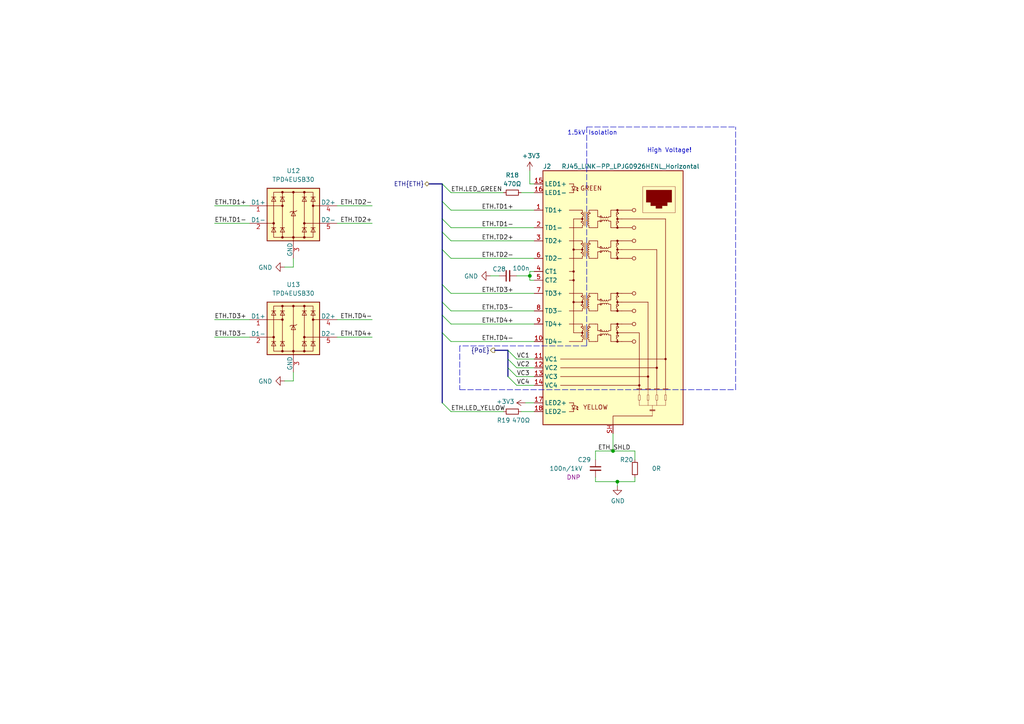
<source format=kicad_sch>
(kicad_sch (version 20210123) (generator eeschema)
  (paper "A4")
  (title_block (title "Ethernet") (date "2021-01-12") (rev "0.1") (company "Nabu Casa") (comment 1 "www.nabucasa.com") (comment 2 "Light Blue"))
  (lib_symbols
    (symbol "Device:C_Small" (pin_numbers hide) (pin_names (offset 0.254) hide)
      (property "Reference" "C" (at 0.254 1.778 0))
      (property "Value" "C_Small" (at 0.254 -2.032 0))
      (symbol "C_Small_0_1"
        (polyline (pts (xy -1.524 -0.508) (xy 1.524 -0.508)) (stroke (width 0.3302)))
        (polyline (pts (xy -1.524 0.508) (xy 1.524 0.508)) (stroke (width 0.3048)))
      )
      (symbol "C_Small_1_1"
        (pin passive line (at 0 2.54 270) (length 2.032) (name "~") (number "1"))
        (pin passive line (at 0 -2.54 90) (length 2.032) (name "~") (number "2"))
      )
    )
    (symbol "Device:R_Small" (pin_numbers hide) (pin_names (offset 0.254) hide)
      (property "Reference" "R" (at 0.762 0.508 0))
      (property "Value" "R_Small" (at 0.762 -1.016 0))
      (symbol "R_Small_0_1"
        (rectangle (start -0.762 1.778) (end 0.762 -1.778) (stroke (width 0.2032)))
      )
      (symbol "R_Small_1_1"
        (pin passive line (at 0 2.54 270) (length 0.762) (name "~") (number "1"))
        (pin passive line (at 0 -2.54 90) (length 0.762) (name "~") (number "2"))
      )
    )
    (symbol "LightBlue:RJ45_LINK-PP_LPJG0926HENL_Horizontal"
      (property "Reference" "J" (at -20.32 38.1 0))
      (property "Value" "RJ45_LINK-PP_LPJG0926HENL_Horizontal" (at 5.08 38.1 0))
      (symbol "RJ45_LINK-PP_LPJG0926HENL_Horizontal_0_0"
        (text "GREEN" (at -6.35 31.75 0) (effects (font (size 1.27 1.27))))
        (text "YELLOW" (at -5.08 -31.75 0) (effects (font (size 1.27 1.27))))
        (rectangle (start 7.366 -28.194) (end 7.874 -29.718) (stroke (width 0.0006)))
        (rectangle (start 9.906 -28.194) (end 10.414 -29.718) (stroke (width 0.0006)))
        (rectangle (start 12.446 -28.194) (end 12.954 -29.718) (stroke (width 0.0006)))
        (rectangle (start 14.986 -28.194) (end 15.494 -29.718) (stroke (width 0.0006)))
        (rectangle (start 9.652 31.242) (end 17.018 27.686) (stroke (width 0.0006)) (fill (type outline)))
        (rectangle (start 10.922 27.686) (end 15.748 26.67) (stroke (width 0.0006)) (fill (type outline)))
        (rectangle (start 12.446 26.67) (end 14.224 25.908) (stroke (width 0.0006)) (fill (type outline)))
        (rectangle (start 8.636 32.258) (end 18.034 24.638) (stroke (width 0.0006)))
        (polyline (pts (xy 7.62 -29.718) (xy 7.62 -31.242)) (stroke (width 0.0006)))
        (polyline (pts (xy 7.62 -31.242) (xy 15.24 -31.242)) (stroke (width 0.0006)))
        (polyline (pts (xy 11.43 -32.512) (xy 11.43 -31.242)) (stroke (width 0.0006)))
        (polyline (pts (xy 10.16 -29.718) (xy 10.16 -31.242)) (stroke (width 0.0006)))
        (polyline (pts (xy 12.7 -29.718) (xy 12.7 -31.242)) (stroke (width 0.0006)))
        (polyline (pts (xy 15.24 -29.718) (xy 15.24 -31.242)) (stroke (width 0.0006)))
        (polyline (pts (xy 15.24 -26.67) (xy 15.24 -28.194)) (stroke (width 0.0006)))
        (polyline (pts (xy 10.16 -26.67) (xy 10.16 -28.194)) (stroke (width 0.0006)))
        (polyline (pts (xy 12.7 -26.67) (xy 12.7 -28.194)) (stroke (width 0.0006)))
        (polyline (pts (xy 7.62 -26.67) (xy 7.62 -28.194)) (stroke (width 0.0006)))
        (polyline (pts (xy 11.43 -34.29) (xy 11.43 -32.766)) (stroke (width 0.0006)))
      )
      (symbol "RJ45_LINK-PP_LPJG0926HENL_Horizontal_0_1"
        (arc (start -8.89 -12.065) (end -8.89 -11.43) (radius (at -8.89 -11.7602) (length 0.3048) (angles -89.9 89.9)))
        (arc (start -8.89 -11.43) (end -8.89 -10.795) (radius (at -8.89 -11.1252) (length 0.3048) (angles -89.9 89.9)))
        (arc (start -8.89 -9.525) (end -8.89 -8.89) (radius (at -8.89 -9.2202) (length 0.3048) (angles -89.9 89.9)))
        (arc (start -8.89 -8.89) (end -8.89 -8.255) (radius (at -8.89 -8.5852) (length 0.3048) (angles -89.9 89.9)))
        (arc (start -8.89 -3.175) (end -8.89 -2.54) (radius (at -8.89 -2.8702) (length 0.3048) (angles -89.9 89.9)))
        (arc (start -8.89 -2.54) (end -8.89 -1.905) (radius (at -8.89 -2.2352) (length 0.3048) (angles -89.9 89.9)))
        (arc (start -8.89 -0.635) (end -8.89 0) (radius (at -8.89 -0.3302) (length 0.3048) (angles -89.9 89.9)))
        (arc (start -8.89 0) (end -8.89 0.635) (radius (at -8.89 0.3048) (length 0.3048) (angles -89.9 89.9)))
        (arc (start -8.89 12.065) (end -8.89 12.7) (radius (at -8.89 12.3698) (length 0.3048) (angles -89.9 89.9)))
        (arc (start -8.89 12.7) (end -8.89 13.335) (radius (at -8.89 13.0048) (length 0.3048) (angles -89.9 89.9)))
        (arc (start -8.89 14.605) (end -8.89 15.24) (radius (at -8.89 14.9098) (length 0.3048) (angles -89.9 89.9)))
        (arc (start -8.89 15.24) (end -8.89 15.875) (radius (at -8.89 15.5448) (length 0.3048) (angles -89.9 89.9)))
        (arc (start -8.89 20.955) (end -8.89 21.59) (radius (at -8.89 21.2598) (length 0.3048) (angles -89.9 89.9)))
        (arc (start -8.89 21.59) (end -8.89 22.225) (radius (at -8.89 21.8948) (length 0.3048) (angles -89.9 89.9)))
        (arc (start -8.89 23.495) (end -8.89 24.13) (radius (at -8.89 23.7998) (length 0.3048) (angles -89.9 89.9)))
        (arc (start -8.89 24.13) (end -8.89 24.765) (radius (at -8.89 24.4348) (length 0.3048) (angles -89.9 89.9)))
        (arc (start -6.985 -11.43) (end -6.985 -12.065) (radius (at -6.985 -11.7348) (length 0.3048) (angles 90.1 -90.1)))
        (arc (start -6.985 -10.795) (end -6.985 -11.43) (radius (at -6.985 -11.0998) (length 0.3048) (angles 90.1 -90.1)))
        (arc (start -6.985 -10.16) (end -6.985 -10.795) (radius (at -6.985 -10.4648) (length 0.3048) (angles 90.1 -90.1)))
        (arc (start -6.985 -9.525) (end -6.985 -10.16) (radius (at -6.985 -9.8298) (length 0.3048) (angles 90.1 -90.1)))
        (arc (start -6.985 -8.89) (end -6.985 -9.525) (radius (at -6.985 -9.1948) (length 0.3048) (angles 90.1 -90.1)))
        (arc (start -6.985 -8.255) (end -6.985 -8.89) (radius (at -6.985 -8.5598) (length 0.3048) (angles 90.1 -90.1)))
        (arc (start -6.985 -2.54) (end -6.985 -3.175) (radius (at -6.985 -2.8448) (length 0.3048) (angles 90.1 -90.1)))
        (arc (start -6.985 -1.905) (end -6.985 -2.54) (radius (at -6.985 -2.2098) (length 0.3048) (angles 90.1 -90.1)))
        (arc (start -6.985 -1.27) (end -6.985 -1.905) (radius (at -6.985 -1.5748) (length 0.3048) (angles 90.1 -90.1)))
        (arc (start -6.985 -0.635) (end -6.985 -1.27) (radius (at -6.985 -0.9398) (length 0.3048) (angles 90.1 -90.1)))
        (arc (start -6.985 0) (end -6.985 -0.635) (radius (at -6.985 -0.3048) (length 0.3048) (angles 90.1 -90.1)))
        (arc (start -6.985 0.635) (end -6.985 0) (radius (at -6.985 0.3302) (length 0.3048) (angles 90.1 -90.1)))
        (arc (start -6.985 12.7) (end -6.985 12.065) (radius (at -6.985 12.3952) (length 0.3048) (angles 90.1 -90.1)))
        (arc (start -6.985 13.335) (end -6.985 12.7) (radius (at -6.985 13.0302) (length 0.3048) (angles 90.1 -90.1)))
        (arc (start -6.985 13.97) (end -6.985 13.335) (radius (at -6.985 13.6652) (length 0.3048) (angles 90.1 -90.1)))
        (arc (start -6.985 14.605) (end -6.985 13.97) (radius (at -6.985 14.3002) (length 0.3048) (angles 90.1 -90.1)))
        (arc (start -6.985 15.24) (end -6.985 14.605) (radius (at -6.985 14.9352) (length 0.3048) (angles 90.1 -90.1)))
        (arc (start -6.985 15.875) (end -6.985 15.24) (radius (at -6.985 15.5702) (length 0.3048) (angles 90.1 -90.1)))
        (arc (start -6.985 21.59) (end -6.985 20.955) (radius (at -6.985 21.2852) (length 0.3048) (angles 90.1 -90.1)))
        (arc (start -6.985 22.225) (end -6.985 21.59) (radius (at -6.985 21.9202) (length 0.3048) (angles 90.1 -90.1)))
        (arc (start -6.985 22.86) (end -6.985 22.225) (radius (at -6.985 22.5552) (length 0.3048) (angles 90.1 -90.1)))
        (arc (start -6.985 23.495) (end -6.985 22.86) (radius (at -6.985 23.1902) (length 0.3048) (angles 90.1 -90.1)))
        (arc (start -6.985 24.13) (end -6.985 23.495) (radius (at -6.985 23.8252) (length 0.3048) (angles 90.1 -90.1)))
        (arc (start -6.985 24.765) (end -6.985 24.13) (radius (at -6.985 24.4602) (length 0.3048) (angles 90.1 -90.1)))
        (arc (start -3.81 -9.525) (end -3.175 -9.525) (radius (at -3.5052 -9.525) (length 0.3048) (angles -179.9 -0.1)))
        (arc (start -3.81 -0.635) (end -3.175 -0.635) (radius (at -3.5052 -0.635) (length 0.3048) (angles -179.9 -0.1)))
        (arc (start -3.81 14.605) (end -3.175 14.605) (radius (at -3.5052 14.605) (length 0.3048) (angles -179.9 -0.1)))
        (arc (start -3.81 23.495) (end -3.175 23.495) (radius (at -3.5052 23.495) (length 0.3048) (angles -179.9 -0.1)))
        (arc (start -3.175 -10.795) (end -3.81 -10.795) (radius (at -3.4798 -10.795) (length 0.3048) (angles 0.1 179.9)))
        (arc (start -3.175 -1.905) (end -3.81 -1.905) (radius (at -3.4798 -1.905) (length 0.3048) (angles 0.1 179.9)))
        (arc (start -3.175 13.335) (end -3.81 13.335) (radius (at -3.4798 13.335) (length 0.3048) (angles 0.1 179.9)))
        (arc (start -3.175 22.225) (end -3.81 22.225) (radius (at -3.4798 22.225) (length 0.3048) (angles 0.1 179.9)))
        (arc (start -3.175 -9.525) (end -2.54 -9.525) (radius (at -2.8702 -9.525) (length 0.3048) (angles -179.9 -0.1)))
        (arc (start -3.175 -0.635) (end -2.54 -0.635) (radius (at -2.8702 -0.635) (length 0.3048) (angles -179.9 -0.1)))
        (arc (start -3.175 14.605) (end -2.54 14.605) (radius (at -2.8702 14.605) (length 0.3048) (angles -179.9 -0.1)))
        (arc (start -3.175 23.495) (end -2.54 23.495) (radius (at -2.8702 23.495) (length 0.3048) (angles -179.9 -0.1)))
        (arc (start -2.54 -10.795) (end -3.175 -10.795) (radius (at -2.8448 -10.795) (length 0.3048) (angles 0.1 179.9)))
        (arc (start -2.54 -1.905) (end -3.175 -1.905) (radius (at -2.8448 -1.905) (length 0.3048) (angles 0.1 179.9)))
        (arc (start -2.54 13.335) (end -3.175 13.335) (radius (at -2.8448 13.335) (length 0.3048) (angles 0.1 179.9)))
        (arc (start -2.54 22.225) (end -3.175 22.225) (radius (at -2.8448 22.225) (length 0.3048) (angles 0.1 179.9)))
        (arc (start -2.54 -9.525) (end -1.905 -9.525) (radius (at -2.2352 -9.525) (length 0.3048) (angles -179.9 -0.1)))
        (arc (start -2.54 -0.635) (end -1.905 -0.635) (radius (at -2.2352 -0.635) (length 0.3048) (angles -179.9 -0.1)))
        (arc (start -2.54 14.605) (end -1.905 14.605) (radius (at -2.2352 14.605) (length 0.3048) (angles -179.9 -0.1)))
        (arc (start -2.54 23.495) (end -1.905 23.495) (radius (at -2.2352 23.495) (length 0.3048) (angles -179.9 -0.1)))
        (arc (start -1.905 -10.795) (end -2.54 -10.795) (radius (at -2.2098 -10.795) (length 0.3048) (angles 0.1 179.9)))
        (arc (start -1.905 -1.905) (end -2.54 -1.905) (radius (at -2.2098 -1.905) (length 0.3048) (angles 0.1 179.9)))
        (arc (start -1.905 13.335) (end -2.54 13.335) (radius (at -2.2098 13.335) (length 0.3048) (angles 0.1 179.9)))
        (arc (start -1.905 22.225) (end -2.54 22.225) (radius (at -2.2098 22.225) (length 0.3048) (angles 0.1 179.9)))
        (arc (start -1.905 -9.525) (end -1.27 -9.525) (radius (at -1.6002 -9.525) (length 0.3048) (angles -179.9 -0.1)))
        (arc (start -1.905 -0.635) (end -1.27 -0.635) (radius (at -1.6002 -0.635) (length 0.3048) (angles -179.9 -0.1)))
        (arc (start -1.905 14.605) (end -1.27 14.605) (radius (at -1.6002 14.605) (length 0.3048) (angles -179.9 -0.1)))
        (arc (start -1.905 23.495) (end -1.27 23.495) (radius (at -1.6002 23.495) (length 0.3048) (angles -179.9 -0.1)))
        (arc (start -1.27 -10.795) (end -1.905 -10.795) (radius (at -1.5748 -10.795) (length 0.3048) (angles 0.1 179.9)))
        (arc (start -1.27 -1.905) (end -1.905 -1.905) (radius (at -1.5748 -1.905) (length 0.3048) (angles 0.1 179.9)))
        (arc (start -1.27 13.335) (end -1.905 13.335) (radius (at -1.5748 13.335) (length 0.3048) (angles 0.1 179.9)))
        (arc (start -1.27 22.225) (end -1.905 22.225) (radius (at -1.5748 22.225) (length 0.3048) (angles 0.1 179.9)))
        (arc (start 1.27 -11.43) (end 1.27 -12.065) (radius (at 1.27 -11.7602) (length 0.3048) (angles 90.1 -90.1)))
        (arc (start 1.27 -10.795) (end 1.27 -11.43) (radius (at 1.27 -11.1252) (length 0.3048) (angles 90.1 -90.1)))
        (arc (start 1.27 -8.89) (end 1.27 -9.525) (radius (at 1.27 -9.2202) (length 0.3048) (angles 90.1 -90.1)))
        (arc (start 1.27 -8.255) (end 1.27 -8.89) (radius (at 1.27 -8.5852) (length 0.3048) (angles 90.1 -90.1)))
        (arc (start 1.27 -2.54) (end 1.27 -3.175) (radius (at 1.27 -2.8702) (length 0.3048) (angles 90.1 -90.1)))
        (arc (start 1.27 -1.905) (end 1.27 -2.54) (radius (at 1.27 -2.2352) (length 0.3048) (angles 90.1 -90.1)))
        (arc (start 1.27 0) (end 1.27 -0.635) (radius (at 1.27 -0.3302) (length 0.3048) (angles 90.1 -90.1)))
        (arc (start 1.27 0.635) (end 1.27 0) (radius (at 1.27 0.3048) (length 0.3048) (angles 90.1 -90.1)))
        (arc (start 1.27 12.7) (end 1.27 12.065) (radius (at 1.27 12.3698) (length 0.3048) (angles 90.1 -90.1)))
        (arc (start 1.27 13.335) (end 1.27 12.7) (radius (at 1.27 13.0048) (length 0.3048) (angles 90.1 -90.1)))
        (arc (start 1.27 15.24) (end 1.27 14.605) (radius (at 1.27 14.9098) (length 0.3048) (angles 90.1 -90.1)))
        (arc (start 1.27 15.875) (end 1.27 15.24) (radius (at 1.27 15.5448) (length 0.3048) (angles 90.1 -90.1)))
        (arc (start 1.27 21.59) (end 1.27 20.955) (radius (at 1.27 21.2598) (length 0.3048) (angles 90.1 -90.1)))
        (arc (start 1.27 22.225) (end 1.27 21.59) (radius (at 1.27 21.8948) (length 0.3048) (angles 90.1 -90.1)))
        (arc (start 1.27 24.13) (end 1.27 23.495) (radius (at 1.27 23.7998) (length 0.3048) (angles 90.1 -90.1)))
        (arc (start 1.27 24.765) (end 1.27 24.13) (radius (at 1.27 24.4348) (length 0.3048) (angles 90.1 -90.1)))
        (circle (center -9.144 -11.049) (radius 0.127) (fill (type outline)))
        (circle (center -9.144 -8.509) (radius 0.127) (fill (type outline)))
        (circle (center -9.144 -2.159) (radius 0.127) (fill (type outline)))
        (circle (center -9.144 0.381) (radius 0.127) (fill (type outline)))
        (circle (center -9.144 13.081) (radius 0.127) (fill (type outline)))
        (circle (center -9.144 15.621) (radius 0.127) (fill (type outline)))
        (circle (center -9.144 21.971) (radius 0.127) (fill (type outline)))
        (circle (center -9.144 24.511) (radius 0.127) (fill (type outline)))
        (circle (center -8.89 -10.16) (radius 0.254) (fill (type outline)))
        (circle (center -8.89 -1.27) (radius 0.254) (fill (type outline)))
        (circle (center -8.89 13.97) (radius 0.254) (fill (type outline)))
        (circle (center -8.89 22.86) (radius 0.254) (fill (type outline)))
        (circle (center -6.731 -8.509) (radius 0.127) (fill (type outline)))
        (circle (center -6.731 0.381) (radius 0.127) (fill (type outline)))
        (circle (center -6.731 15.621) (radius 0.127) (fill (type outline)))
        (circle (center -6.731 24.511) (radius 0.127) (fill (type outline)))
        (circle (center -3.5306 -10.8966) (radius 0.127) (fill (type outline)))
        (circle (center -3.5306 -9.3726) (radius 0.127) (fill (type outline)))
        (circle (center -3.5306 -2.0066) (radius 0.127) (fill (type outline)))
        (circle (center -3.5306 -0.4826) (radius 0.127) (fill (type outline)))
        (circle (center -3.5306 13.2334) (radius 0.127) (fill (type outline)))
        (circle (center -3.5306 14.7574) (radius 0.127) (fill (type outline)))
        (circle (center -3.5306 22.1234) (radius 0.127) (fill (type outline)))
        (circle (center -3.5306 23.6474) (radius 0.127) (fill (type outline)))
        (circle (center 1.27 -12.7) (radius 0.254) (fill (type outline)))
        (circle (center 1.27 -10.16) (radius 0.254) (fill (type outline)))
        (circle (center 1.27 -7.62) (radius 0.254) (fill (type outline)))
        (circle (center 1.27 -3.81) (radius 0.254) (fill (type outline)))
        (circle (center 1.27 -1.27) (radius 0.254) (fill (type outline)))
        (circle (center 1.27 1.27) (radius 0.254) (fill (type outline)))
        (circle (center 1.27 11.43) (radius 0.254) (fill (type outline)))
        (circle (center 1.27 13.97) (radius 0.254) (fill (type outline)))
        (circle (center 1.27 16.51) (radius 0.254) (fill (type outline)))
        (circle (center 1.27 20.32) (radius 0.254) (fill (type outline)))
        (circle (center 1.27 22.86) (radius 0.254) (fill (type outline)))
        (circle (center 1.27 25.4) (radius 0.254) (fill (type outline)))
        (circle (center 1.524 -11.049) (radius 0.127) (fill (type outline)))
        (circle (center 1.524 -8.509) (radius 0.127) (fill (type outline)))
        (circle (center 1.524 -2.159) (radius 0.127) (fill (type outline)))
        (circle (center 1.524 0.381) (radius 0.127) (fill (type outline)))
        (circle (center 1.524 13.081) (radius 0.127) (fill (type outline)))
        (circle (center 1.524 15.621) (radius 0.127) (fill (type outline)))
        (circle (center 1.524 21.971) (radius 0.127) (fill (type outline)))
        (circle (center 1.524 24.511) (radius 0.127) (fill (type outline)))
        (circle (center 6.096 -12.7) (radius 0.508))
        (circle (center 6.096 -7.62) (radius 0.508))
        (circle (center 6.096 -3.81) (radius 0.508))
        (circle (center 6.096 1.27) (radius 0.508))
        (circle (center 6.096 11.43) (radius 0.508))
        (circle (center 6.096 16.51) (radius 0.508))
        (circle (center 6.096 20.32) (radius 0.508))
        (circle (center 6.096 25.4) (radius 0.508))
        (circle (center 7.62 -25.4) (radius 0.254) (fill (type outline)))
        (circle (center 10.16 -22.86) (radius 0.254) (fill (type outline)))
        (circle (center 12.7 -20.32) (radius 0.254) (fill (type outline)))
        (circle (center 15.24 -17.78) (radius 0.254) (fill (type outline)))
        (circle (center -11.43 -1.27) (radius 0.254) (fill (type outline)))
        (circle (center -11.43 13.97) (radius 0.254) (fill (type outline)))
        (circle (center -11.43 7.62) (radius 0.254) (fill (type outline)))
        (circle (center -11.43 5.08) (radius 0.254) (fill (type outline)))
        (rectangle (start -20.32 36.83) (end 20.32 -36.83) (stroke (width 0.254)) (fill (type background)))
        (polyline (pts (xy -12.7 -12.7) (xy -8.89 -12.7)))
        (polyline (pts (xy -12.7 5.08) (xy -11.43 5.08)))
        (polyline (pts (xy -12.7 -7.62) (xy -8.89 -7.62)))
        (polyline (pts (xy -12.7 -3.81) (xy -8.89 -3.81)))
        (polyline (pts (xy -12.7 7.62) (xy -11.43 7.62)))
        (polyline (pts (xy -12.7 1.27) (xy -8.89 1.27)))
        (polyline (pts (xy -12.7 11.43) (xy -8.89 11.43)))
        (polyline (pts (xy -12.7 16.51) (xy -8.89 16.51)))
        (polyline (pts (xy -12.7 20.32) (xy -8.89 20.32)))
        (polyline (pts (xy -12.7 25.4) (xy -8.89 25.4)))
        (polyline (pts (xy -11.43 -10.16) (xy -8.89 -10.16)))
        (polyline (pts (xy -11.43 -1.27) (xy -8.89 -1.27)))
        (polyline (pts (xy -11.43 13.97) (xy -8.89 13.97)))
        (polyline (pts (xy -11.43 22.86) (xy -8.89 22.86)))
        (polyline (pts (xy -8.89 -12.7) (xy -8.89 -12.065)))
        (polyline (pts (xy -8.89 -10.16) (xy -8.89 -10.795)))
        (polyline (pts (xy -8.89 -10.16) (xy -8.89 -9.525)))
        (polyline (pts (xy -8.89 -7.62) (xy -8.89 -8.255)))
        (polyline (pts (xy -8.89 -3.81) (xy -8.89 -3.175)))
        (polyline (pts (xy -8.89 -1.27) (xy -8.89 -1.905)))
        (polyline (pts (xy -8.89 -1.27) (xy -8.89 -0.635)))
        (polyline (pts (xy -8.89 1.27) (xy -8.89 0.635)))
        (polyline (pts (xy -8.89 11.43) (xy -8.89 12.065)))
        (polyline (pts (xy -8.89 13.97) (xy -8.89 13.335)))
        (polyline (pts (xy -8.89 13.97) (xy -8.89 14.605)))
        (polyline (pts (xy -8.89 16.51) (xy -8.89 15.875)))
        (polyline (pts (xy -8.89 20.32) (xy -8.89 20.955)))
        (polyline (pts (xy -8.89 22.86) (xy -8.89 22.225)))
        (polyline (pts (xy -8.89 22.86) (xy -8.89 23.495)))
        (polyline (pts (xy -8.89 25.4) (xy -8.89 24.765)))
        (polyline (pts (xy -8.128 -12.192) (xy -8.128 -8.128)))
        (polyline (pts (xy -8.128 -3.302) (xy -8.128 0.762)))
        (polyline (pts (xy -8.128 11.938) (xy -8.128 16.002)))
        (polyline (pts (xy -8.128 20.828) (xy -8.128 24.892)))
        (polyline (pts (xy -7.62 -12.192) (xy -7.62 -8.128)))
        (polyline (pts (xy -7.62 -3.302) (xy -7.62 0.762)))
        (polyline (pts (xy -7.62 11.938) (xy -7.62 16.002)))
        (polyline (pts (xy -7.62 20.828) (xy -7.62 24.892)))
        (polyline (pts (xy -4.445 -9.525) (xy -3.81 -9.525)))
        (polyline (pts (xy -4.445 -0.635) (xy -3.81 -0.635)))
        (polyline (pts (xy -4.445 14.605) (xy -3.81 14.605)))
        (polyline (pts (xy -4.445 23.495) (xy -3.81 23.495)))
        (polyline (pts (xy -0.635 -12.7) (xy 0.635 -12.7)))
        (polyline (pts (xy -0.635 -7.62) (xy 0.635 -7.62)))
        (polyline (pts (xy -0.635 -3.81) (xy 0.635 -3.81)))
        (polyline (pts (xy -0.635 1.27) (xy 0.635 1.27)))
        (polyline (pts (xy -0.635 11.43) (xy 0.635 11.43)))
        (polyline (pts (xy -0.635 16.51) (xy 0.635 16.51)))
        (polyline (pts (xy -0.635 20.32) (xy 0.635 20.32)))
        (polyline (pts (xy -0.635 25.4) (xy 0.635 25.4)))
        (polyline (pts (xy 1.27 -12.7) (xy 1.27 -12.065)))
        (polyline (pts (xy 1.27 -10.16) (xy 1.27 -10.795)))
        (polyline (pts (xy 1.27 -10.16) (xy 1.27 -9.525)))
        (polyline (pts (xy 1.27 -7.62) (xy 1.27 -8.255)))
        (polyline (pts (xy 1.27 -3.81) (xy 1.27 -3.175)))
        (polyline (pts (xy 1.27 -1.27) (xy 1.27 -1.905)))
        (polyline (pts (xy 1.27 -1.27) (xy 1.27 -0.635)))
        (polyline (pts (xy 1.27 1.27) (xy 1.27 0.635)))
        (polyline (pts (xy 1.27 11.43) (xy 1.27 12.065)))
        (polyline (pts (xy 1.27 13.97) (xy 1.27 13.335)))
        (polyline (pts (xy 1.27 13.97) (xy 1.27 14.605)))
        (polyline (pts (xy 1.27 16.51) (xy 1.27 15.875)))
        (polyline (pts (xy 1.27 20.32) (xy 1.27 20.955)))
        (polyline (pts (xy 1.27 22.86) (xy 1.27 22.225)))
        (polyline (pts (xy 1.27 22.86) (xy 1.27 23.495)))
        (polyline (pts (xy 1.27 25.4) (xy 1.27 24.765)))
        (polyline (pts (xy 8.382 -26.416) (xy 6.858 -26.416)))
        (polyline (pts (xy 2.54 -12.7) (xy 1.27 -12.7)))
        (polyline (pts (xy 2.54 -12.7) (xy 5.588 -12.7)))
        (polyline (pts (xy 2.54 -10.16) (xy 1.27 -10.16)))
        (polyline (pts (xy 2.54 -7.62) (xy 1.27 -7.62)))
        (polyline (pts (xy 2.54 -7.62) (xy 5.588 -7.62)))
        (polyline (pts (xy 2.54 -3.81) (xy 1.27 -3.81)))
        (polyline (pts (xy 2.54 -3.81) (xy 5.588 -3.81)))
        (polyline (pts (xy 2.54 -1.27) (xy 1.27 -1.27)))
        (polyline (pts (xy 2.54 1.27) (xy 1.27 1.27)))
        (polyline (pts (xy 2.54 1.27) (xy 5.588 1.27)))
        (polyline (pts (xy 2.54 11.43) (xy 1.27 11.43)))
        (polyline (pts (xy 2.54 11.43) (xy 5.588 11.43)))
        (polyline (pts (xy 2.54 13.97) (xy 1.27 13.97)))
        (polyline (pts (xy 2.54 16.51) (xy 1.27 16.51)))
        (polyline (pts (xy 2.54 16.51) (xy 5.588 16.51)))
        (polyline (pts (xy 2.54 20.32) (xy 1.27 20.32)))
        (polyline (pts (xy 2.54 20.32) (xy 5.588 20.32)))
        (polyline (pts (xy 2.54 22.86) (xy 1.27 22.86)))
        (polyline (pts (xy 2.54 25.4) (xy 1.27 25.4)))
        (polyline (pts (xy 2.54 25.4) (xy 5.588 25.4)))
        (polyline (pts (xy 2.54 -10.16) (xy 7.62 -10.16)))
        (polyline (pts (xy 2.54 -1.27) (xy 10.16 -1.27)))
        (polyline (pts (xy 2.54 13.97) (xy 12.7 13.97)))
        (polyline (pts (xy 7.62 -26.416) (xy 7.62 -10.16)))
        (polyline (pts (xy 15.24 22.86) (xy 2.54 22.86)))
        (polyline (pts (xy -6.985 -12.065) (xy -6.985 -12.7) (xy -5.08 -12.7)))
        (polyline (pts (xy -6.985 -8.255) (xy -6.985 -7.62) (xy -5.08 -7.62)))
        (polyline (pts (xy -6.985 -3.175) (xy -6.985 -3.81) (xy -5.08 -3.81)))
        (polyline (pts (xy -6.985 0.635) (xy -6.985 1.27) (xy -5.08 1.27)))
        (polyline (pts (xy -6.985 12.065) (xy -6.985 11.43) (xy -5.08 11.43)))
        (polyline (pts (xy -6.985 15.875) (xy -6.985 16.51) (xy -5.08 16.51)))
        (polyline (pts (xy -6.985 20.955) (xy -6.985 20.32) (xy -5.08 20.32)))
        (polyline (pts (xy -6.985 24.765) (xy -6.985 25.4) (xy -5.08 25.4)))
        (polyline (pts (xy -5.08 -7.62) (xy -4.445 -7.62) (xy -4.445 -9.525)))
        (polyline (pts (xy -5.08 1.27) (xy -4.445 1.27) (xy -4.445 -0.635)))
        (polyline (pts (xy -5.08 16.51) (xy -4.445 16.51) (xy -4.445 14.605)))
        (polyline (pts (xy -5.08 25.4) (xy -4.445 25.4) (xy -4.445 23.495)))
        (polyline (pts (xy -1.27 -10.795) (xy -0.635 -10.795) (xy -0.635 -12.7)))
        (polyline (pts (xy -1.27 -9.525) (xy -0.635 -9.525) (xy -0.635 -7.62)))
        (polyline (pts (xy -1.27 -1.905) (xy -0.635 -1.905) (xy -0.635 -3.81)))
        (polyline (pts (xy -1.27 -0.635) (xy -0.635 -0.635) (xy -0.635 1.27)))
        (polyline (pts (xy -1.27 13.335) (xy -0.635 13.335) (xy -0.635 11.43)))
        (polyline (pts (xy -1.27 14.605) (xy -0.635 14.605) (xy -0.635 16.51)))
        (polyline (pts (xy -1.27 22.225) (xy -0.635 22.225) (xy -0.635 20.32)))
        (polyline (pts (xy -1.27 23.495) (xy -0.635 23.495) (xy -0.635 25.4)))
        (polyline (pts (xy 0.635 -12.7) (xy 1.27 -12.7) (xy 1.27 -12.065)))
        (polyline (pts (xy 0.635 -7.62) (xy 1.27 -7.62) (xy 1.27 -8.255)))
        (polyline (pts (xy 0.635 -3.81) (xy 1.27 -3.81) (xy 1.27 -3.175)))
        (polyline (pts (xy 0.635 1.27) (xy 1.27 1.27) (xy 1.27 0.635)))
        (polyline (pts (xy 0.635 11.43) (xy 1.27 11.43) (xy 1.27 12.065)))
        (polyline (pts (xy 0.635 16.51) (xy 1.27 16.51) (xy 1.27 15.875)))
        (polyline (pts (xy 0.635 20.32) (xy 1.27 20.32) (xy 1.27 20.955)))
        (polyline (pts (xy 0.635 25.4) (xy 1.27 25.4) (xy 1.27 24.765)))
        (polyline (pts (xy 11.43 -34.29) (xy 0 -34.29) (xy 0 -36.83)))
        (polyline (pts (xy -5.08 -12.7) (xy -4.445 -12.7) (xy -4.445 -10.795) (xy -3.81 -10.795)))
        (polyline (pts (xy -5.08 -3.81) (xy -4.445 -3.81) (xy -4.445 -1.905) (xy -3.81 -1.905)))
        (polyline (pts (xy -5.08 11.43) (xy -4.445 11.43) (xy -4.445 13.335) (xy -3.81 13.335)))
        (polyline (pts (xy -5.08 20.32) (xy -4.445 20.32) (xy -4.445 22.225) (xy -3.81 22.225)))
        (polyline (pts (xy 8.382 -26.67) (xy 6.858 -26.67)))
        (polyline (pts (xy 10.16 -26.416) (xy 10.16 -1.27)))
        (polyline (pts (xy 12.7 -26.416) (xy 12.7 13.97)))
        (polyline (pts (xy 15.24 -26.416) (xy 15.24 22.86)))
        (polyline (pts (xy 10.922 -26.416) (xy 9.398 -26.416)))
        (polyline (pts (xy 10.922 -26.67) (xy 9.398 -26.67)))
        (polyline (pts (xy 13.462 -26.416) (xy 11.938 -26.416)))
        (polyline (pts (xy 13.462 -26.67) (xy 11.938 -26.67)))
        (polyline (pts (xy 16.002 -26.416) (xy 14.478 -26.416)))
        (polyline (pts (xy 16.002 -26.67) (xy 14.478 -26.67)))
        (polyline (pts (xy -15.24 -17.78) (xy 15.24 -17.78)))
        (polyline (pts (xy -15.24 -20.32) (xy 12.7 -20.32)))
        (polyline (pts (xy -15.24 -22.86) (xy 10.16 -22.86)))
        (polyline (pts (xy -15.24 -25.4) (xy 7.62 -25.4)))
        (polyline (pts (xy 12.192 -32.766) (xy 10.668 -32.766)))
        (polyline (pts (xy 12.192 -32.512) (xy 10.668 -32.512)))
        (polyline (pts (xy -11.43 -10.16) (xy -11.43 22.86)))
      )
      (symbol "RJ45_LINK-PP_LPJG0926HENL_Horizontal_1_1"
        (polyline (pts (xy -12.7 -33.02) (xy -11.43 -33.02)))
        (polyline (pts (xy -12.7 -30.48) (xy -11.43 -30.48)))
        (polyline (pts (xy -12.7 30.48) (xy -11.43 30.48)))
        (polyline (pts (xy -12.7 33.02) (xy -11.43 33.02)))
        (polyline (pts (xy -11.938 -32.258) (xy -10.922 -32.258)))
        (polyline (pts (xy -11.938 31.242) (xy -10.922 31.242)))
        (polyline (pts (xy -11.43 -33.02) (xy -11.43 -32.258)))
        (polyline (pts (xy -11.43 -30.48) (xy -11.43 -31.242)))
        (polyline (pts (xy -11.43 30.48) (xy -11.43 31.242)))
        (polyline (pts (xy -11.43 33.02) (xy -11.43 32.258)))
        (polyline (pts (xy -10.16 -32.512) (xy -10.287 -32.131)))
        (polyline (pts (xy -10.16 -31.877) (xy -10.287 -31.496)))
        (polyline (pts (xy -10.16 30.988) (xy -10.287 31.369)))
        (polyline (pts (xy -10.16 31.623) (xy -10.287 32.004)))
        (polyline (pts (xy -10.668 -32.004) (xy -10.16 -32.512) (xy -10.541 -32.385)))
        (polyline (pts (xy -10.668 -31.369) (xy -10.16 -31.877) (xy -10.541 -31.75)))
        (polyline (pts (xy -10.668 31.496) (xy -10.16 30.988) (xy -10.541 31.115)))
        (polyline (pts (xy -10.668 32.131) (xy -10.16 31.623) (xy -10.541 31.75)))
        (polyline (pts (xy -11.43 -32.258) (xy -11.938 -31.242) (xy -10.922 -31.242) (xy -11.43 -32.258)))
        (polyline (pts (xy -11.43 31.242) (xy -11.938 32.258) (xy -10.922 32.258) (xy -11.43 31.242)))
        (pin passive line (at -22.86 7.62 0) (length 2.54) (name "CT1") (number "4"))
        (pin passive line (at -22.86 20.32 0) (length 2.54) (name "TD1-") (number "2"))
        (pin passive line (at -22.86 25.4 0) (length 2.54) (name "TD1+") (number "1"))
        (pin passive line (at -22.86 -33.02 0) (length 2.54) (name "LED2-") (number "18"))
        (pin passive line (at -22.86 -30.48 0) (length 2.54) (name "LED2+") (number "17"))
        (pin passive line (at -22.86 30.48 0) (length 2.54) (name "LED1-") (number "16"))
        (pin passive line (at -22.86 33.02 0) (length 2.54) (name "LED1+") (number "15"))
        (pin passive line (at -22.86 -3.81 0) (length 2.54) (name "TD3-") (number "8"))
        (pin passive line (at -22.86 1.27 0) (length 2.54) (name "TD3+") (number "7"))
        (pin passive line (at -22.86 16.51 0) (length 2.54) (name "TD2+") (number "3"))
        (pin passive line (at -22.86 11.43 0) (length 2.54) (name "TD2-") (number "6"))
        (pin passive line (at -22.86 5.08 0) (length 2.54) (name "CT2") (number "5"))
        (pin passive line (at -22.86 -7.62 0) (length 2.54) (name "TD4+") (number "9"))
        (pin passive line (at -22.86 -12.7 0) (length 2.54) (name "TD4-") (number "10"))
        (pin passive line (at 0 -39.37 90) (length 2.54) (name "~") (number "SH"))
        (pin passive line (at -22.86 -17.78 0) (length 2.54) (name "VC1") (number "11"))
        (pin passive line (at -22.86 -20.32 0) (length 2.54) (name "VC2") (number "12"))
        (pin passive line (at -22.86 -22.86 0) (length 2.54) (name "VC3") (number "13"))
        (pin passive line (at -22.86 -25.4 0) (length 2.54) (name "VC4") (number "14"))
      )
    )
    (symbol "LightBlue:TPD4EUSB30" (pin_names (offset 0))
      (property "Reference" "U" (at -0.635 8.89 0))
      (property "Value" "TPD4EUSB30" (at 8.89 -10.16 0))
      (symbol "TPD4EUSB30_0_0"
        (rectangle (start -5.715 6.477) (end 5.715 -6.604))
        (polyline (pts (xy -3.175 -6.604) (xy -3.175 6.477)))
        (polyline (pts (xy 0 6.477) (xy 0 -6.604)))
        (polyline (pts (xy 3.175 6.477) (xy 3.175 -6.604)))
      )
      (symbol "TPD4EUSB30_0_1"
        (circle (center -5.715 -2.54) (radius 0.2794) (fill (type outline)))
        (circle (center -3.175 -6.604) (radius 0.2794) (fill (type outline)))
        (circle (center -3.175 2.54) (radius 0.2794) (fill (type outline)))
        (circle (center -3.175 6.477) (radius 0.2794) (fill (type outline)))
        (circle (center 0 -6.604) (radius 0.2794) (fill (type outline)))
        (circle (center 0 6.477) (radius 0.2794) (fill (type outline)))
        (circle (center 3.175 -6.604) (radius 0.2794) (fill (type outline)))
        (circle (center 3.175 -2.54) (radius 0.2794) (fill (type outline)))
        (circle (center 3.175 6.477) (radius 0.2794) (fill (type outline)))
        (circle (center 5.715 2.54) (radius 0.2794) (fill (type outline)))
        (rectangle (start -7.62 7.62) (end 7.62 -7.62) (stroke (width 0.254)) (fill (type background)))
        (polyline (pts (xy -7.747 2.54) (xy -3.175 2.54)))
        (polyline (pts (xy -7.62 -2.54) (xy -5.715 -2.54)))
        (polyline (pts (xy -5.08 -3.81) (xy -6.35 -3.81)))
        (polyline (pts (xy -5.08 5.08) (xy -6.35 5.08)))
        (polyline (pts (xy -2.54 -3.81) (xy -3.81 -3.81)))
        (polyline (pts (xy -2.54 5.08) (xy -3.81 5.08)))
        (polyline (pts (xy -0.635 0.889) (xy -1.016 0.635)))
        (polyline (pts (xy 0 -6.604) (xy 0 -7.62)))
        (polyline (pts (xy 0.635 0.889) (xy -0.635 0.889)))
        (polyline (pts (xy 0.635 0.889) (xy 1.016 1.143)))
        (polyline (pts (xy 3.81 -3.81) (xy 2.54 -3.81)))
        (polyline (pts (xy 3.81 5.08) (xy 2.54 5.08)))
        (polyline (pts (xy 6.35 -3.81) (xy 5.08 -3.81)))
        (polyline (pts (xy 6.35 5.08) (xy 5.08 5.08)))
        (polyline (pts (xy 7.62 -2.54) (xy 3.175 -2.54)))
        (polyline (pts (xy 7.62 2.54) (xy 5.715 2.54)))
        (polyline (pts (xy -5.08 -5.08) (xy -6.35 -5.08) (xy -5.715 -3.81) (xy -5.08 -5.08)))
        (polyline (pts (xy -5.08 3.81) (xy -6.35 3.81) (xy -5.715 5.08) (xy -5.08 3.81)))
        (polyline (pts (xy -2.54 -5.08) (xy -3.81 -5.08) (xy -3.175 -3.81) (xy -2.54 -5.08)))
        (polyline (pts (xy -2.54 3.81) (xy -3.81 3.81) (xy -3.175 5.08) (xy -2.54 3.81)))
        (polyline (pts (xy 0.635 -0.381) (xy -0.635 -0.381) (xy 0 0.889) (xy 0.635 -0.381)))
        (polyline (pts (xy 3.81 -5.08) (xy 2.54 -5.08) (xy 3.175 -3.81) (xy 3.81 -5.08)))
        (polyline (pts (xy 3.81 3.81) (xy 2.54 3.81) (xy 3.175 5.08) (xy 3.81 3.81)))
        (polyline (pts (xy 6.35 -5.08) (xy 5.08 -5.08) (xy 5.715 -3.81) (xy 6.35 -5.08)))
        (polyline (pts (xy 6.35 3.81) (xy 5.08 3.81) (xy 5.715 5.08) (xy 6.35 3.81)))
      )
      (symbol "TPD4EUSB30_1_1"
        (pin passive line (at -12.7 2.54 0) (length 5.08) (name "D1+") (number "1"))
        (pin passive line (at -12.7 -2.54 0) (length 5.08) (name "D1-") (number "2"))
        (pin power_in line (at 0 -12.7 90) (length 5.08) (name "GND") (number "3"))
        (pin passive line (at 12.7 2.54 180) (length 5.08) (name "D2+") (number "4"))
        (pin passive line (at 12.7 -2.54 180) (length 5.08) (name "D2-") (number "5"))
        (pin passive line (at 0 -12.7 90) (length 5.08) hide (name "GND") (number "8"))
        (pin passive line (at -12.7 2.54 0) (length 5.08) hide (name "D1+") (number "10"))
        (pin passive line (at 12.7 2.54 180) (length 5.08) hide (name "D2+") (number "7"))
        (pin passive line (at 12.7 -2.54 180) (length 5.08) hide (name "D2-") (number "6"))
        (pin passive line (at -12.7 -2.54 0) (length 5.08) hide (name "D1-") (number "9"))
      )
    )
    (symbol "Power_Protection:TPD4EUSB30_1" (pin_names (offset 0))
      (property "Reference" "U" (at -0.635 8.89 0))
      (property "Value" "TPD4EUSB30" (at 8.89 -10.16 0))
      (symbol "TPD4EUSB30_1_0_0"
        (rectangle (start -5.715 6.477) (end 5.715 -6.604))
        (polyline (pts (xy -3.175 -6.604) (xy -3.175 6.477)))
        (polyline (pts (xy 0 6.477) (xy 0 -6.604)))
        (polyline (pts (xy 3.175 6.477) (xy 3.175 -6.604)))
      )
      (symbol "TPD4EUSB30_1_0_1"
        (circle (center -5.715 -2.54) (radius 0.2794) (fill (type outline)))
        (circle (center -3.175 -6.604) (radius 0.2794) (fill (type outline)))
        (circle (center -3.175 2.54) (radius 0.2794) (fill (type outline)))
        (circle (center -3.175 6.477) (radius 0.2794) (fill (type outline)))
        (circle (center 0 -6.604) (radius 0.2794) (fill (type outline)))
        (circle (center 0 6.477) (radius 0.2794) (fill (type outline)))
        (circle (center 3.175 -6.604) (radius 0.2794) (fill (type outline)))
        (circle (center 3.175 -2.54) (radius 0.2794) (fill (type outline)))
        (circle (center 3.175 6.477) (radius 0.2794) (fill (type outline)))
        (circle (center 5.715 2.54) (radius 0.2794) (fill (type outline)))
        (rectangle (start -7.62 7.62) (end 7.62 -7.62) (stroke (width 0.254)) (fill (type background)))
        (polyline (pts (xy -7.747 2.54) (xy -3.175 2.54)))
        (polyline (pts (xy -7.62 -2.54) (xy -5.715 -2.54)))
        (polyline (pts (xy -5.08 -3.81) (xy -6.35 -3.81)))
        (polyline (pts (xy -5.08 5.08) (xy -6.35 5.08)))
        (polyline (pts (xy -2.54 -3.81) (xy -3.81 -3.81)))
        (polyline (pts (xy -2.54 5.08) (xy -3.81 5.08)))
        (polyline (pts (xy -0.635 0.889) (xy -1.016 0.635)))
        (polyline (pts (xy 0 -6.604) (xy 0 -7.62)))
        (polyline (pts (xy 0.635 0.889) (xy -0.635 0.889)))
        (polyline (pts (xy 0.635 0.889) (xy 1.016 1.143)))
        (polyline (pts (xy 3.81 -3.81) (xy 2.54 -3.81)))
        (polyline (pts (xy 3.81 5.08) (xy 2.54 5.08)))
        (polyline (pts (xy 6.35 -3.81) (xy 5.08 -3.81)))
        (polyline (pts (xy 6.35 5.08) (xy 5.08 5.08)))
        (polyline (pts (xy 7.62 -2.54) (xy 3.175 -2.54)))
        (polyline (pts (xy 7.62 2.54) (xy 5.715 2.54)))
        (polyline (pts (xy -5.08 -5.08) (xy -6.35 -5.08) (xy -5.715 -3.81) (xy -5.08 -5.08)))
        (polyline (pts (xy -5.08 3.81) (xy -6.35 3.81) (xy -5.715 5.08) (xy -5.08 3.81)))
        (polyline (pts (xy -2.54 -5.08) (xy -3.81 -5.08) (xy -3.175 -3.81) (xy -2.54 -5.08)))
        (polyline (pts (xy -2.54 3.81) (xy -3.81 3.81) (xy -3.175 5.08) (xy -2.54 3.81)))
        (polyline (pts (xy 0.635 -0.381) (xy -0.635 -0.381) (xy 0 0.889) (xy 0.635 -0.381)))
        (polyline (pts (xy 3.81 -5.08) (xy 2.54 -5.08) (xy 3.175 -3.81) (xy 3.81 -5.08)))
        (polyline (pts (xy 3.81 3.81) (xy 2.54 3.81) (xy 3.175 5.08) (xy 3.81 3.81)))
        (polyline (pts (xy 6.35 -5.08) (xy 5.08 -5.08) (xy 5.715 -3.81) (xy 6.35 -5.08)))
        (polyline (pts (xy 6.35 3.81) (xy 5.08 3.81) (xy 5.715 5.08) (xy 6.35 3.81)))
      )
      (symbol "TPD4EUSB30_1_1_1"
        (pin passive line (at -12.7 2.54 0) (length 5.08) (name "D1+") (number "1"))
        (pin passive line (at -12.7 -2.54 0) (length 5.08) (name "D1-") (number "2"))
        (pin power_in line (at 0 -12.7 90) (length 5.08) (name "GND") (number "3"))
        (pin passive line (at 12.7 2.54 180) (length 5.08) (name "D2+") (number "4"))
        (pin passive line (at 12.7 -2.54 180) (length 5.08) (name "D2-") (number "5"))
        (pin passive line (at 0 -12.7 90) (length 5.08) hide (name "GND") (number "8"))
        (pin passive line (at -12.7 2.54 0) (length 5.08) hide (name "D1+") (number "10"))
        (pin passive line (at 12.7 2.54 180) (length 5.08) hide (name "D2+") (number "7"))
        (pin passive line (at 12.7 -2.54 180) (length 5.08) hide (name "D2-") (number "6"))
        (pin passive line (at -12.7 -2.54 0) (length 5.08) hide (name "D1-") (number "9"))
      )
    )
    (symbol "power:+3V3" (power) (pin_names (offset 0))
      (property "Value" "+3V3" (at 0 3.556 0))
      (symbol "+3V3_0_1"
        (polyline (pts (xy -0.762 1.27) (xy 0 2.54)))
        (polyline (pts (xy 0 0) (xy 0 2.54)))
        (polyline (pts (xy 0 2.54) (xy 0.762 1.27)))
      )
      (symbol "+3V3_1_1"
        (pin power_in line (at 0 0 90) (length 0) hide (name "+3V3") (number "1"))
      )
    )
    (symbol "power:GND" (power) (pin_names (offset 0))
      (property "Value" "GND" (at 0 -3.81 0))
      (symbol "GND_0_1"
        (polyline (pts (xy 0 0) (xy 0 -1.27) (xy 1.27 -1.27) (xy 0 -2.54) (xy -1.27 -1.27) (xy 0 -1.27)))
      )
      (symbol "GND_1_1"
        (pin power_in line (at 0 0 270) (length 0) hide (name "GND") (number "1"))
      )
    )
  )
  (bus_alias "PoE" (members "VC1" "VC2" "VC3" "VC4"))
  (bus_alias "ETH" (members "TD1+" "TD1-" "TD2+" "TD2-" "TD3+" "TD3-" "TD4+" "TD4-" "LED_YELLOW" "LED_GREEN"))
  (junction (at 153.67 80.01) (diameter 0.9144))
  (junction (at 177.8 130.81) (diameter 0.9144))
  (junction (at 179.07 139.7) (diameter 0.9144))
  (bus_entry (at 128.27 53.34) (size 2.54 2.54) (stroke (width 0.1524)))
  (bus_entry (at 128.27 58.42) (size 2.54 2.54) (stroke (width 0.1524)))
  (bus_entry (at 128.27 63.5) (size 2.54 2.54) (stroke (width 0.1524)))
  (bus_entry (at 128.27 67.31) (size 2.54 2.54) (stroke (width 0.1524)))
  (bus_entry (at 128.27 72.39) (size 2.54 2.54) (stroke (width 0.1524)))
  (bus_entry (at 128.27 82.55) (size 2.54 2.54) (stroke (width 0.1524)))
  (bus_entry (at 128.27 87.63) (size 2.54 2.54) (stroke (width 0.1524)))
  (bus_entry (at 128.27 91.44) (size 2.54 2.54) (stroke (width 0.1524)))
  (bus_entry (at 128.27 96.52) (size 2.54 2.54) (stroke (width 0.1524)))
  (bus_entry (at 128.27 116.84) (size 2.54 2.54) (stroke (width 0.1524)))
  (bus_entry (at 149.86 104.14) (size -2.54 -2.54) (stroke (width 0.1524)))
  (bus_entry (at 149.86 106.68) (size -2.54 -2.54) (stroke (width 0.1524)))
  (bus_entry (at 149.86 109.22) (size -2.54 -2.54) (stroke (width 0.1524)))
  (bus_entry (at 149.86 111.76) (size -2.54 -2.54) (stroke (width 0.1524)))
  (wire (pts (xy 62.23 59.69) (xy 72.39 59.69)))
  (wire (pts (xy 62.23 64.77) (xy 72.39 64.77)))
  (wire (pts (xy 62.23 92.71) (xy 72.39 92.71)))
  (wire (pts (xy 62.23 97.79) (xy 72.39 97.79)))
  (wire (pts (xy 85.09 74.93) (xy 85.09 77.47)))
  (wire (pts (xy 85.09 77.47) (xy 82.55 77.47)))
  (wire (pts (xy 85.09 107.95) (xy 85.09 110.49)))
  (wire (pts (xy 85.09 110.49) (xy 82.55 110.49)))
  (wire (pts (xy 97.79 59.69) (xy 107.95 59.69)))
  (wire (pts (xy 97.79 64.77) (xy 107.95 64.77)))
  (wire (pts (xy 97.79 92.71) (xy 107.95 92.71)))
  (wire (pts (xy 97.79 97.79) (xy 107.95 97.79)))
  (wire (pts (xy 130.81 55.88) (xy 146.05 55.88)))
  (wire (pts (xy 130.81 60.96) (xy 154.94 60.96)))
  (wire (pts (xy 130.81 66.04) (xy 154.94 66.04)))
  (wire (pts (xy 130.81 69.85) (xy 154.94 69.85)))
  (wire (pts (xy 130.81 74.93) (xy 154.94 74.93)))
  (wire (pts (xy 130.81 85.09) (xy 154.94 85.09)))
  (wire (pts (xy 130.81 90.17) (xy 154.94 90.17)))
  (wire (pts (xy 130.81 93.98) (xy 154.94 93.98)))
  (wire (pts (xy 130.81 99.06) (xy 154.94 99.06)))
  (wire (pts (xy 130.81 119.38) (xy 146.05 119.38)))
  (wire (pts (xy 142.24 80.01) (xy 144.78 80.01)))
  (wire (pts (xy 149.86 80.01) (xy 153.67 80.01)))
  (wire (pts (xy 149.86 104.14) (xy 154.94 104.14)))
  (wire (pts (xy 149.86 106.68) (xy 154.94 106.68)))
  (wire (pts (xy 149.86 109.22) (xy 154.94 109.22)))
  (wire (pts (xy 149.86 111.76) (xy 154.94 111.76)))
  (wire (pts (xy 151.13 55.88) (xy 154.94 55.88)))
  (wire (pts (xy 151.13 119.38) (xy 154.94 119.38)))
  (wire (pts (xy 152.4 116.84) (xy 154.94 116.84)))
  (wire (pts (xy 153.67 53.34) (xy 153.67 49.53)))
  (wire (pts (xy 153.67 78.74) (xy 153.67 80.01)))
  (wire (pts (xy 153.67 80.01) (xy 153.67 81.28)))
  (wire (pts (xy 153.67 81.28) (xy 154.94 81.28)))
  (wire (pts (xy 154.94 53.34) (xy 153.67 53.34)))
  (wire (pts (xy 154.94 78.74) (xy 153.67 78.74)))
  (wire (pts (xy 172.72 130.81) (xy 172.72 133.35)))
  (wire (pts (xy 172.72 138.43) (xy 172.72 139.7)))
  (wire (pts (xy 172.72 139.7) (xy 179.07 139.7)))
  (wire (pts (xy 177.8 125.73) (xy 177.8 130.81)))
  (wire (pts (xy 177.8 130.81) (xy 172.72 130.81)))
  (wire (pts (xy 179.07 139.7) (xy 179.07 140.97)))
  (wire (pts (xy 179.07 139.7) (xy 184.15 139.7)))
  (wire (pts (xy 184.15 130.81) (xy 177.8 130.81)))
  (wire (pts (xy 184.15 133.35) (xy 184.15 130.81)))
  (wire (pts (xy 184.15 139.7) (xy 184.15 138.43)))
  (bus (pts (xy 124.46 53.34) (xy 128.27 53.34)))
  (bus (pts (xy 128.27 53.34) (xy 128.27 58.42)))
  (bus (pts (xy 128.27 58.42) (xy 128.27 63.5)))
  (bus (pts (xy 128.27 63.5) (xy 128.27 67.31)))
  (bus (pts (xy 128.27 67.31) (xy 128.27 72.39)))
  (bus (pts (xy 128.27 72.39) (xy 128.27 82.55)))
  (bus (pts (xy 128.27 82.55) (xy 128.27 87.63)))
  (bus (pts (xy 128.27 87.63) (xy 128.27 91.44)))
  (bus (pts (xy 128.27 91.44) (xy 128.27 96.52)))
  (bus (pts (xy 128.27 96.52) (xy 128.27 116.84)))
  (bus (pts (xy 143.51 101.6) (xy 147.32 101.6)))
  (bus (pts (xy 147.32 101.6) (xy 147.32 104.14)))
  (bus (pts (xy 147.32 104.14) (xy 147.32 106.68)))
  (bus (pts (xy 147.32 106.68) (xy 147.32 109.22)))
  (polyline (pts (xy 133.35 100.33) (xy 133.35 113.03)) (stroke (width 0) (type dash)))
  (polyline (pts (xy 133.35 113.03) (xy 213.36 113.03)) (stroke (width 0) (type dash)))
  (polyline (pts (xy 170.18 36.83) (xy 170.18 100.33)) (stroke (width 0) (type dash)))
  (polyline (pts (xy 170.18 36.83) (xy 213.36 36.83)) (stroke (width 0) (type dash)))
  (polyline (pts (xy 170.18 100.33) (xy 133.35 100.33)) (stroke (width 0) (type dash)))
  (polyline (pts (xy 213.36 113.03) (xy 213.36 36.83)) (stroke (width 0) (type dash)))
  (text "1.5kV Isolation" (at 179.07 39.37 180) (effects (font (size 1.27 1.27)) (justify right bottom)))
  (text "High Voltage!" (at 200.66 44.45 180) (effects (font (size 1.27 1.27)) (justify right bottom)))
  (label "ETH.TD1+" (at 62.23 59.69 0))
  (label "ETH.TD1-" (at 62.23 64.77 0))
  (label "ETH.TD3+" (at 62.23 92.71 0))
  (label "ETH.TD3-" (at 62.23 97.79 0))
  (label "ETH.TD2-" (at 107.95 59.69 180))
  (label "ETH.TD2+" (at 107.95 64.77 180))
  (label "ETH.TD4-" (at 107.95 92.71 180))
  (label "ETH.TD4+" (at 107.95 97.79 180))
  (label "ETH.LED_GREEN" (at 130.81 55.88 0))
  (label "ETH.LED_YELLOW" (at 130.81 119.38 0))
  (label "ETH.TD1+" (at 139.7 60.96 0))
  (label "ETH.TD1-" (at 139.7 66.04 0))
  (label "ETH.TD2+" (at 139.7 69.85 0))
  (label "ETH.TD2-" (at 139.7 74.93 0))
  (label "ETH.TD3+" (at 139.7 85.09 0))
  (label "ETH.TD3-" (at 139.7 90.17 0))
  (label "ETH.TD4+" (at 139.7 93.98 0))
  (label "ETH.TD4-" (at 139.7 99.06 0))
  (label "VC1" (at 149.86 104.14 0))
  (label "VC2" (at 149.86 106.68 0))
  (label "VC3" (at 149.86 109.22 0))
  (label "VC4" (at 149.86 111.76 0))
  (label "ETH_SHLD" (at 182.88 130.81 180))
  (hierarchical_label "ETH{ETH}" (shape bidirectional) (at 124.46 53.34 180))
  (hierarchical_label "{PoE}" (shape output) (at 143.51 101.6 180))
  (symbol (lib_id "power:+3V3") (at 152.4 116.84 90) (unit 1)
    (property "Reference" "#PWR0182" (effects hide))
    (property "Value" "+3V3" (at 149.2249 116.4717 90) (effects (justify left)))
  )
  (symbol (lib_id "power:+3V3") (at 153.67 49.53 0) (unit 1)
    (property "Reference" "#PWR0184" (effects hide))
    (property "Value" "+3V3" (at 154.0383 45.2056 0))
  )
  (symbol (lib_id "power:GND") (at 82.55 77.47 270) (unit 1)
    (property "Reference" "#PWR0181" (effects hide))
    (property "Value" "GND" (at 76.9556 77.5843 90))
  )
  (symbol (lib_id "power:GND") (at 82.55 110.49 270) (unit 1)
    (property "Reference" "#PWR0180" (effects hide))
    (property "Value" "GND" (at 76.9556 110.6043 90))
  )
  (symbol (lib_id "power:GND") (at 142.24 80.01 270) (unit 1)
    (property "Reference" "#PWR0183" (effects hide))
    (property "Value" "GND" (at 136.6456 80.1243 90))
  )
  (symbol (lib_id "power:GND") (at 179.07 140.97 0) (unit 1)
    (property "Reference" "#PWR0179" (effects hide))
    (property "Value" "GND" (at 179.1843 145.2944 0))
  )
  (symbol (lib_id "Device:R_Small") (at 148.59 55.88 90) (unit 1)
    (property "Reference" "R18" (at 148.59 50.8 90))
    (property "Value" "470Ω" (at 148.59 53.34 90))
    (property "Footprint" "Resistor_SMD:R_0402_1005Metric" (effects hide))
  )
  (symbol (lib_id "Device:R_Small") (at 148.59 119.38 90) (unit 1)
    (property "Reference" "R19" (at 146.05 121.92 90))
    (property "Value" "470Ω" (at 151.13 121.92 90))
    (property "Footprint" "Resistor_SMD:R_0402_1005Metric" (effects hide))
  )
  (symbol (lib_id "Device:R_Small") (at 184.15 135.89 180) (unit 1)
    (property "Reference" "R20" (at 181.7432 133.35 0))
    (property "Value" "0R" (at 190.392 135.89 0))
    (property "Footprint" "Resistor_SMD:R_1206_3216Metric" (effects hide))
  )
  (symbol (lib_id "Device:C_Small") (at 147.32 80.01 90) (unit 1)
    (property "Reference" "C28" (at 144.78 78.0477 90))
    (property "Value" "100n" (at 151.13 77.806 90))
    (property "Footprint" "Capacitor_SMD:C_0402_1005Metric" (effects hide))
  )
  (symbol (lib_id "Device:C_Small") (at 172.72 135.89 0) (unit 1)
    (property "Reference" "C29" (at 169.4877 133.35 0))
    (property "Value" "100n/1kV" (at 164.166 135.89 0))
    (property "Footprint" "Capacitor_SMD:C_1206_3216Metric" (effects hide))
    (property "Config" "DNP" (at 166.37 138.43 0))
  )
  (symbol (lib_name "Power_Protection:TPD4EUSB30_1") (lib_id "LightBlue:TPD4EUSB30") (at 85.09 62.23 0) (unit 1)
    (property "Reference" "U12" (at 85.09 49.53 0))
    (property "Value" "TPD4EUSB30" (at 85.09 52.07 0))
    (property "Footprint" "Package_SON:USON-10_2.5x1.0mm_P0.5mm" (effects hide))
    (property "Datasheet" "http://www.ti.com/lit/ds/symlink/tpd2eusb30a.pdf" (effects hide))
    (property "Manufacturer" "Texas Instruments" (effects hide))
    (property "PartNumber" "TPD4EUSB30DQAR" (effects hide))
  )
  (symbol (lib_id "LightBlue:TPD4EUSB30") (at 85.09 95.25 0) (unit 1)
    (property "Reference" "U13" (at 85.09 82.55 0))
    (property "Value" "TPD4EUSB30" (at 85.09 85.09 0))
    (property "Footprint" "Package_SON:USON-10_2.5x1.0mm_P0.5mm" (effects hide))
    (property "Datasheet" "http://www.ti.com/lit/ds/symlink/tpd2eusb30a.pdf" (effects hide))
    (property "Manufacturer" "Texas Instruments" (effects hide))
    (property "PartNumber" "TPD4EUSB30DQAR" (effects hide))
  )
  (symbol (lib_id "LightBlue:RJ45_LINK-PP_LPJG0926HENL_Horizontal") (at 177.8 86.36 0) (unit 1)
    (property "Reference" "J2" (at 157.48 48.26 0) (effects (justify left)))
    (property "Value" "RJ45_LINK-PP_LPJG0926HENL_Horizontal" (at 182.88 48.26 0))
    (property "Footprint" "LightBlue:RJ45_LINK-PP_LPJG0926HENL_Horizontal" (effects hide))
    (property "Datasheet" "http://www.link-pp.com/upload/file/20180411/20180411182938293829.pdf" (effects hide))
    (property "Manufacturer" "LINK-PP" (effects hide))
    (property "PartNumber" "LPJG0926HENL" (effects hide))
  )
)
</source>
